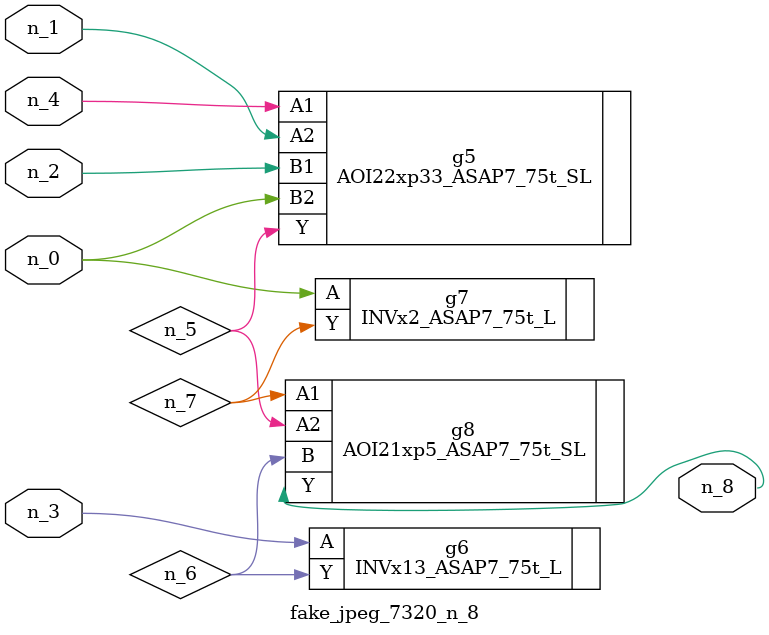
<source format=v>
module fake_jpeg_7320_n_8 (n_3, n_2, n_1, n_0, n_4, n_8);

input n_3;
input n_2;
input n_1;
input n_0;
input n_4;

output n_8;

wire n_6;
wire n_5;
wire n_7;

AOI22xp33_ASAP7_75t_SL g5 ( 
.A1(n_4),
.A2(n_1),
.B1(n_2),
.B2(n_0),
.Y(n_5)
);

INVx13_ASAP7_75t_L g6 ( 
.A(n_3),
.Y(n_6)
);

INVx2_ASAP7_75t_L g7 ( 
.A(n_0),
.Y(n_7)
);

AOI21xp5_ASAP7_75t_SL g8 ( 
.A1(n_7),
.A2(n_5),
.B(n_6),
.Y(n_8)
);


endmodule
</source>
